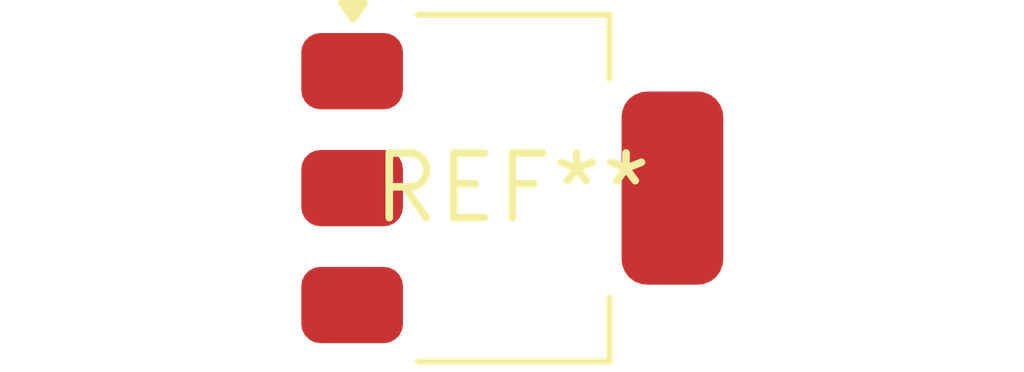
<source format=kicad_pcb>
(kicad_pcb (version 20240108) (generator pcbnew)
  (layers (0 "F.Cu" signal) (31 "B.Cu" signal) (34 "B.Paste" user) (35 "F.Paste" user) (36 "B.SilkS" user "B.Silkscreen") (37 "F.SilkS" user "F.Silkscreen") (38 "B.Mask" user) (39 "F.Mask" user) (44 "Edge.Cuts" user))
  (net 0 "")
  (footprint "SOT-223-3_TabPin2" (layer "F.Cu") (at 0 0)
    (property "Reference" "REF**")
    (property "Value" "SOT-223-3_TabPin2")
    (fp_line (start -1.85 -3.41) (end 1.91 -3.41) (layer "F.SilkS") (stroke (width 0.12)))
    (fp_line (start -1.85 3.41) (end 1.91 3.41) (layer "F.SilkS") (stroke (width 0.12)))
    (fp_line (start 1.91 -3.41) (end 1.91 -2.15) (layer "F.SilkS") (stroke (width 0.12)))
    (fp_line (start 1.91 3.41) (end 1.91 2.15) (layer "F.SilkS") (stroke (width 0.12)))
    (fp_poly (pts (xy -3.13 -3.31) (xy -3.37 -3.64) (xy -2.89 -3.64) (xy -3.13 -3.31)) (layer "F.SilkS") (stroke (width 0.12)) (fill solid))
    (pad "1" smd roundrect (at -3.15 -2.3) (size 2 1.5) (layers "F.Cu" "F.Paste" "F.Mask"))
    (pad "2" smd roundrect (at -3.15 0) (size 2 1.5) (layers "F.Cu" "F.Paste" "F.Mask"))
    (pad "2" smd roundrect (at 3.15 0) (size 2 3.8) (layers "F.Cu" "F.Paste" "F.Mask"))
    (pad "3" smd roundrect (at -3.15 2.3) (size 2 1.5) (layers "F.Cu" "F.Paste" "F.Mask"))
  )
)
</source>
